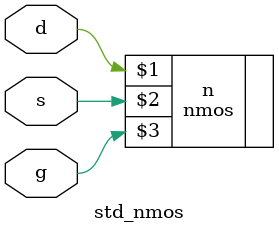
<source format=sv>

module std_nmos
(
	input  g,
	input  s,
	inout  d
);

// Primitive Device (out,in,ctrlr)
nmos n (d, s, g);

endmodule


</source>
